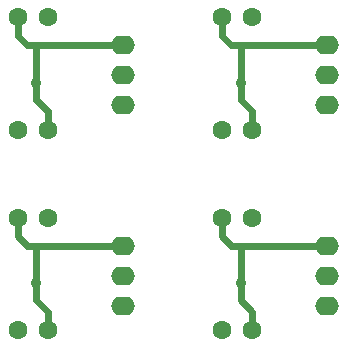
<source format=gbl>
G04 DipTrace 2.3.1.0*
%INOptoSwitch.GBL*%
%MOMM*%
%ADD13C,0.6*%
%ADD17C,1.6*%
%ADD19O,2.0X1.6*%
%ADD20C,0.914*%
%FSLAX53Y53*%
G04*
G71*
G90*
G75*
G01*
%LNBottom*%
%LPD*%
X35640Y15081D2*
D13*
X28336D1*
X27544D1*
X26749Y15876D1*
Y17438D1*
X29289Y7938D2*
X29288D1*
Y9525D1*
X28336Y10477D1*
Y11906D1*
Y15081D1*
X18336D2*
X11032D1*
X10240D1*
X9446Y15876D1*
Y17438D1*
X11986Y7938D2*
X11985D1*
Y9525D1*
X11032Y10477D1*
Y11906D1*
Y15081D1*
X18336Y32068D2*
X11032D1*
X10240D1*
X9446Y32862D1*
Y34424D1*
X11986Y24924D2*
X11985D1*
Y26511D1*
X11032Y27463D1*
Y28892D1*
Y32068D1*
X35640D2*
X28336D1*
X27544D1*
X26749Y32862D1*
Y34424D1*
X29289Y24924D2*
X29288D1*
Y26511D1*
X28336Y27463D1*
Y28892D1*
Y32068D1*
D20*
Y11906D3*
D3*
X11032D3*
D3*
Y28892D3*
D3*
X28336D3*
D3*
D17*
X29289Y7938D3*
X26749D3*
X29289Y17438D3*
X26749D3*
D19*
X35640Y10001D3*
Y12541D3*
Y15081D3*
D17*
X11986Y7938D3*
X9446D3*
X11986Y17438D3*
X9446D3*
D19*
X18336Y10001D3*
Y12541D3*
Y15081D3*
D17*
X11986Y24924D3*
X9446D3*
X11986Y34424D3*
X9446D3*
D19*
X18336Y26988D3*
Y29528D3*
Y32068D3*
D17*
X29289Y24924D3*
X26749D3*
X29289Y34424D3*
X26749D3*
D19*
X35640Y26988D3*
Y29528D3*
Y32068D3*
M02*

</source>
